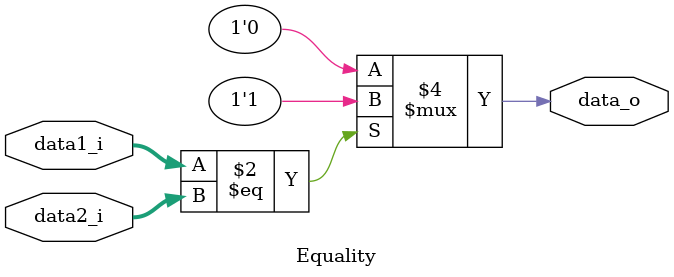
<source format=v>
module Equality
(
    data1_i,
    data2_i,
    data_o
);

//Output 1'b1 if the two inputs are the same. 1'b0 otherwise.
//If the output is 1'b1 and the current state operation is Beq, PC must branch to the specified position.


input   [31:0]  data1_i;
input   [31:0]  data2_i;

output          data_o;

reg             data_o;

always @( data1_i or data2_i ) begin
    
    if ( data1_i == data2_i ) begin
        data_o <= 1'b1;
    end
    else begin
        data_o <= 1'b0;
    end

end

endmodule
</source>
